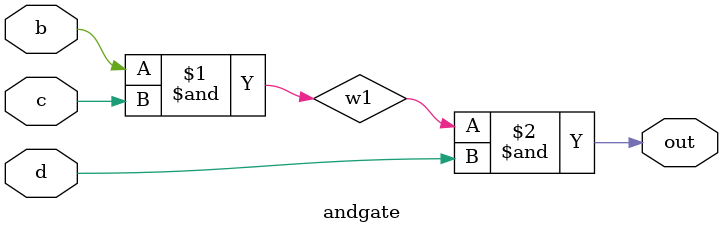
<source format=v>
module andgate(output out, input b, input c, input d);
    wire w1;
    and (w1, b, c);
    and (out, w1, d);
endmodule
</source>
